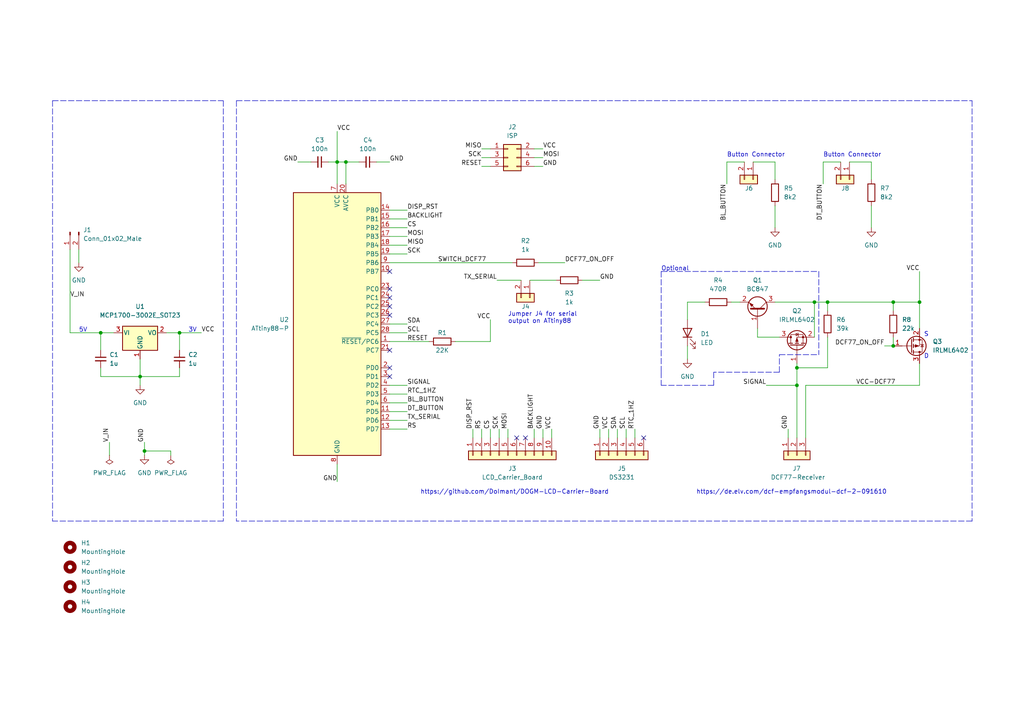
<source format=kicad_sch>
(kicad_sch (version 20211123) (generator eeschema)
  (paper "A4")
  (title_block (title "DCF77-RTC-Clock") (date "2022-05-14") (rev "1.0"))
  (lib_symbols
    (symbol "Connector:Conn_01x02_Male" (pin_names (offset 1.016) hide)
      (property "Reference" "J" (at 0 2.54 0))
      (property "Value" "Conn_01x02_Male" (at 0 -5.08 0))
      (symbol "Conn_01x02_Male_1_1"
        (polyline (pts (xy 1.27 -2.54) (xy 0.8636 -2.54)) (stroke (width 0.1524)))
        (polyline (pts (xy 1.27 0) (xy 0.8636 0)) (stroke (width 0.1524)))
        (rectangle (start 0.8636 -2.413) (end 0 -2.667) (stroke (width 0.1524)) (fill (type outline)))
        (rectangle (start 0.8636 0.127) (end 0 -0.127) (stroke (width 0.1524)) (fill (type outline)))
        (pin passive line (at 5.08 0 180) (length 3.81) (name "Pin_1") (number "1"))
        (pin passive line (at 5.08 -2.54 180) (length 3.81) (name "Pin_2") (number "2"))
      )
    )
    (symbol "Connector_Generic:Conn_01x02" (pin_names (offset 1.016) hide)
      (property "Reference" "J" (at 0 2.54 0))
      (property "Value" "Conn_01x02" (at 0 -5.08 0))
      (symbol "Conn_01x02_1_1"
        (rectangle (start -1.27 -2.413) (end 0 -2.667) (stroke (width 0.1524)))
        (rectangle (start -1.27 0.127) (end 0 -0.127) (stroke (width 0.1524)))
        (rectangle (start -1.27 1.27) (end 1.27 -3.81) (stroke (width 0.254)) (fill (type background)))
        (pin passive line (at -5.08 0 0) (length 3.81) (name "Pin_1") (number "1"))
        (pin passive line (at -5.08 -2.54 0) (length 3.81) (name "Pin_2") (number "2"))
      )
    )
    (symbol "Connector_Generic:Conn_01x03" (pin_names (offset 1.016) hide)
      (property "Reference" "J" (at 0 5.08 0))
      (property "Value" "Conn_01x03" (at 0 -5.08 0))
      (symbol "Conn_01x03_1_1"
        (rectangle (start -1.27 -2.413) (end 0 -2.667) (stroke (width 0.1524)))
        (rectangle (start -1.27 0.127) (end 0 -0.127) (stroke (width 0.1524)))
        (rectangle (start -1.27 2.667) (end 0 2.413) (stroke (width 0.1524)))
        (rectangle (start -1.27 3.81) (end 1.27 -3.81) (stroke (width 0.254)) (fill (type background)))
        (pin passive line (at -5.08 2.54 0) (length 3.81) (name "Pin_1") (number "1"))
        (pin passive line (at -5.08 0 0) (length 3.81) (name "Pin_2") (number "2"))
        (pin passive line (at -5.08 -2.54 0) (length 3.81) (name "Pin_3") (number "3"))
      )
    )
    (symbol "Connector_Generic:Conn_01x06" (pin_names (offset 1.016) hide)
      (property "Reference" "J" (at 0 7.62 0))
      (property "Value" "Conn_01x06" (at 0 -10.16 0))
      (symbol "Conn_01x06_1_1"
        (rectangle (start -1.27 -7.493) (end 0 -7.747) (stroke (width 0.1524)))
        (rectangle (start -1.27 -4.953) (end 0 -5.207) (stroke (width 0.1524)))
        (rectangle (start -1.27 -2.413) (end 0 -2.667) (stroke (width 0.1524)))
        (rectangle (start -1.27 0.127) (end 0 -0.127) (stroke (width 0.1524)))
        (rectangle (start -1.27 2.667) (end 0 2.413) (stroke (width 0.1524)))
        (rectangle (start -1.27 5.207) (end 0 4.953) (stroke (width 0.1524)))
        (rectangle (start -1.27 6.35) (end 1.27 -8.89) (stroke (width 0.254)) (fill (type background)))
        (pin passive line (at -5.08 5.08 0) (length 3.81) (name "Pin_1") (number "1"))
        (pin passive line (at -5.08 2.54 0) (length 3.81) (name "Pin_2") (number "2"))
        (pin passive line (at -5.08 0 0) (length 3.81) (name "Pin_3") (number "3"))
        (pin passive line (at -5.08 -2.54 0) (length 3.81) (name "Pin_4") (number "4"))
        (pin passive line (at -5.08 -5.08 0) (length 3.81) (name "Pin_5") (number "5"))
        (pin passive line (at -5.08 -7.62 0) (length 3.81) (name "Pin_6") (number "6"))
      )
    )
    (symbol "Connector_Generic:Conn_01x10" (pin_names (offset 1.016) hide)
      (property "Reference" "J" (at 0 12.7 0))
      (property "Value" "Conn_01x10" (at 0 -15.24 0))
      (symbol "Conn_01x10_1_1"
        (rectangle (start -1.27 -12.573) (end 0 -12.827) (stroke (width 0.1524)))
        (rectangle (start -1.27 -10.033) (end 0 -10.287) (stroke (width 0.1524)))
        (rectangle (start -1.27 -7.493) (end 0 -7.747) (stroke (width 0.1524)))
        (rectangle (start -1.27 -4.953) (end 0 -5.207) (stroke (width 0.1524)))
        (rectangle (start -1.27 -2.413) (end 0 -2.667) (stroke (width 0.1524)))
        (rectangle (start -1.27 0.127) (end 0 -0.127) (stroke (width 0.1524)))
        (rectangle (start -1.27 2.667) (end 0 2.413) (stroke (width 0.1524)))
        (rectangle (start -1.27 5.207) (end 0 4.953) (stroke (width 0.1524)))
        (rectangle (start -1.27 7.747) (end 0 7.493) (stroke (width 0.1524)))
        (rectangle (start -1.27 10.287) (end 0 10.033) (stroke (width 0.1524)))
        (rectangle (start -1.27 11.43) (end 1.27 -13.97) (stroke (width 0.254)) (fill (type background)))
        (pin passive line (at -5.08 10.16 0) (length 3.81) (name "Pin_1") (number "1"))
        (pin passive line (at -5.08 -12.7 0) (length 3.81) (name "Pin_10") (number "10"))
        (pin passive line (at -5.08 7.62 0) (length 3.81) (name "Pin_2") (number "2"))
        (pin passive line (at -5.08 5.08 0) (length 3.81) (name "Pin_3") (number "3"))
        (pin passive line (at -5.08 2.54 0) (length 3.81) (name "Pin_4") (number "4"))
        (pin passive line (at -5.08 0 0) (length 3.81) (name "Pin_5") (number "5"))
        (pin passive line (at -5.08 -2.54 0) (length 3.81) (name "Pin_6") (number "6"))
        (pin passive line (at -5.08 -5.08 0) (length 3.81) (name "Pin_7") (number "7"))
        (pin passive line (at -5.08 -7.62 0) (length 3.81) (name "Pin_8") (number "8"))
        (pin passive line (at -5.08 -10.16 0) (length 3.81) (name "Pin_9") (number "9"))
      )
    )
    (symbol "Connector_Generic:Conn_02x03_Odd_Even" (pin_names (offset 1.016) hide)
      (property "Reference" "J" (at 1.27 5.08 0))
      (property "Value" "Conn_02x03_Odd_Even" (at 1.27 -5.08 0))
      (symbol "Conn_02x03_Odd_Even_1_1"
        (rectangle (start -1.27 -2.413) (end 0 -2.667) (stroke (width 0.1524)))
        (rectangle (start -1.27 0.127) (end 0 -0.127) (stroke (width 0.1524)))
        (rectangle (start -1.27 2.667) (end 0 2.413) (stroke (width 0.1524)))
        (rectangle (start -1.27 3.81) (end 3.81 -3.81) (stroke (width 0.254)) (fill (type background)))
        (rectangle (start 3.81 -2.413) (end 2.54 -2.667) (stroke (width 0.1524)))
        (rectangle (start 3.81 0.127) (end 2.54 -0.127) (stroke (width 0.1524)))
        (rectangle (start 3.81 2.667) (end 2.54 2.413) (stroke (width 0.1524)))
        (pin passive line (at -5.08 2.54 0) (length 3.81) (name "Pin_1") (number "1"))
        (pin passive line (at 7.62 2.54 180) (length 3.81) (name "Pin_2") (number "2"))
        (pin passive line (at -5.08 0 0) (length 3.81) (name "Pin_3") (number "3"))
        (pin passive line (at 7.62 0 180) (length 3.81) (name "Pin_4") (number "4"))
        (pin passive line (at -5.08 -2.54 0) (length 3.81) (name "Pin_5") (number "5"))
        (pin passive line (at 7.62 -2.54 180) (length 3.81) (name "Pin_6") (number "6"))
      )
    )
    (symbol "Device:C_Small" (pin_numbers hide) (pin_names (offset 0.254) hide)
      (property "Reference" "C" (at 0.254 1.778 0))
      (property "Value" "C_Small" (at 0.254 -2.032 0))
      (symbol "C_Small_0_1"
        (polyline (pts (xy -1.524 -0.508) (xy 1.524 -0.508)) (stroke (width 0.3302)))
        (polyline (pts (xy -1.524 0.508) (xy 1.524 0.508)) (stroke (width 0.3048)))
      )
      (symbol "C_Small_1_1"
        (pin passive line (at 0 2.54 270) (length 2.032) (name "~") (number "1"))
        (pin passive line (at 0 -2.54 90) (length 2.032) (name "~") (number "2"))
      )
    )
    (symbol "Device:LED" (pin_numbers hide) (pin_names (offset 1.016) hide)
      (property "Reference" "D" (at 0 2.54 0))
      (property "Value" "LED" (at 0 -2.54 0))
      (symbol "LED_0_1"
        (polyline (pts (xy -1.27 -1.27) (xy -1.27 1.27)) (stroke (width 0.254)))
        (polyline (pts (xy -1.27 0) (xy 1.27 0)))
        (polyline (pts (xy 1.27 -1.27) (xy 1.27 1.27) (xy -1.27 0) (xy 1.27 -1.27)) (stroke (width 0.254)))
        (polyline (pts (xy -3.048 -0.762) (xy -4.572 -2.286) (xy -3.81 -2.286) (xy -4.572 -2.286) (xy -4.572 -1.524)))
        (polyline (pts (xy -1.778 -0.762) (xy -3.302 -2.286) (xy -2.54 -2.286) (xy -3.302 -2.286) (xy -3.302 -1.524)))
      )
      (symbol "LED_1_1"
        (pin passive line (at -3.81 0 0) (length 2.54) (name "K") (number "1"))
        (pin passive line (at 3.81 0 180) (length 2.54) (name "A") (number "2"))
      )
    )
    (symbol "Device:R" (pin_numbers hide) (pin_names (offset 0))
      (property "Reference" "R" (at 2.032 0 90))
      (property "Value" "R" (at 0 0 90))
      (symbol "R_0_1"
        (rectangle (start -1.016 -2.54) (end 1.016 2.54) (stroke (width 0.254)))
      )
      (symbol "R_1_1"
        (pin passive line (at 0 3.81 270) (length 1.27) (name "~") (number "1"))
        (pin passive line (at 0 -3.81 90) (length 1.27) (name "~") (number "2"))
      )
    )
    (symbol "MCU_Microchip_ATtiny:ATtiny88-P"
      (property "Reference" "U" (at -12.7 39.37 0))
      (property "Value" "ATtiny88-P" (at 2.54 -39.37 0))
      (symbol "ATtiny88-P_0_1"
        (rectangle (start -12.7 -38.1) (end 12.7 38.1) (stroke (width 0.254)) (fill (type background)))
      )
      (symbol "ATtiny88-P_1_1"
        (pin bidirectional line (at 15.24 -5.08 180) (length 2.54) (name "~{RESET}/PC6") (number "1"))
        (pin bidirectional line (at 15.24 15.24 180) (length 2.54) (name "PB7") (number "10"))
        (pin bidirectional line (at 15.24 -25.4 180) (length 2.54) (name "PD5") (number "11"))
        (pin bidirectional line (at 15.24 -27.94 180) (length 2.54) (name "PD6") (number "12"))
        (pin bidirectional line (at 15.24 -30.48 180) (length 2.54) (name "PD7") (number "13"))
        (pin bidirectional line (at 15.24 33.02 180) (length 2.54) (name "PB0") (number "14"))
        (pin bidirectional line (at 15.24 30.48 180) (length 2.54) (name "PB1") (number "15"))
        (pin bidirectional line (at 15.24 27.94 180) (length 2.54) (name "PB2") (number "16"))
        (pin bidirectional line (at 15.24 25.4 180) (length 2.54) (name "PB3") (number "17"))
        (pin bidirectional line (at 15.24 22.86 180) (length 2.54) (name "PB4") (number "18"))
        (pin bidirectional line (at 15.24 20.32 180) (length 2.54) (name "PB5") (number "19"))
        (pin bidirectional line (at 15.24 -12.7 180) (length 2.54) (name "PD0") (number "2"))
        (pin power_in line (at 2.54 40.64 270) (length 2.54) (name "AVCC") (number "20"))
        (pin bidirectional line (at 15.24 -7.62 180) (length 2.54) (name "PC7") (number "21"))
        (pin passive line (at 0 -40.64 90) (length 2.54) hide (name "GND") (number "22"))
        (pin bidirectional line (at 15.24 10.16 180) (length 2.54) (name "PC0") (number "23"))
        (pin bidirectional line (at 15.24 7.62 180) (length 2.54) (name "PC1") (number "24"))
        (pin bidirectional line (at 15.24 5.08 180) (length 2.54) (name "PC2") (number "25"))
        (pin bidirectional line (at 15.24 2.54 180) (length 2.54) (name "PC3") (number "26"))
        (pin bidirectional line (at 15.24 0 180) (length 2.54) (name "PC4") (number "27"))
        (pin bidirectional line (at 15.24 -2.54 180) (length 2.54) (name "PC5") (number "28"))
        (pin bidirectional line (at 15.24 -15.24 180) (length 2.54) (name "PD1") (number "3"))
        (pin bidirectional line (at 15.24 -17.78 180) (length 2.54) (name "PD2") (number "4"))
        (pin bidirectional line (at 15.24 -20.32 180) (length 2.54) (name "PD3") (number "5"))
        (pin bidirectional line (at 15.24 -22.86 180) (length 2.54) (name "PD4") (number "6"))
        (pin power_in line (at 0 40.64 270) (length 2.54) (name "VCC") (number "7"))
        (pin power_in line (at 0 -40.64 90) (length 2.54) (name "GND") (number "8"))
        (pin bidirectional line (at 15.24 17.78 180) (length 2.54) (name "PB6") (number "9"))
      )
    )
    (symbol "Mechanical:MountingHole" (pin_names (offset 1.016))
      (property "Reference" "H" (at 0 5.08 0))
      (property "Value" "MountingHole" (at 0 3.175 0))
      (symbol "MountingHole_0_1"
        (circle (center 0 0) (radius 1.27) (stroke (width 1.27)))
      )
    )
    (symbol "Regulator_Linear:MCP1700-3002E_SOT23" (pin_names (offset 0.254))
      (property "Reference" "U" (at -3.81 3.175 0))
      (property "Value" "MCP1700-3002E_SOT23" (at 0 3.175 0))
      (symbol "MCP1700-3002E_SOT23_0_1"
        (rectangle (start -5.08 1.905) (end 5.08 -5.08) (stroke (width 0.254)) (fill (type background)))
      )
      (symbol "MCP1700-3002E_SOT23_1_1"
        (pin power_in line (at 0 -7.62 90) (length 2.54) (name "GND") (number "1"))
        (pin power_out line (at 7.62 0 180) (length 2.54) (name "VO") (number "2"))
        (pin power_in line (at -7.62 0 0) (length 2.54) (name "VI") (number "3"))
      )
    )
    (symbol "Transistor_BJT:BC847" (pin_names (offset 0) hide)
      (property "Reference" "Q" (at 5.08 1.905 0))
      (property "Value" "BC847" (at 5.08 0 0))
      (symbol "BC847_0_1"
        (polyline (pts (xy 0.635 0.635) (xy 2.54 2.54)))
        (polyline (pts (xy 0.635 -0.635) (xy 2.54 -2.54) (xy 2.54 -2.54)))
        (polyline (pts (xy 0.635 1.905) (xy 0.635 -1.905) (xy 0.635 -1.905)) (stroke (width 0.508)))
        (polyline (pts (xy 1.27 -1.778) (xy 1.778 -1.27) (xy 2.286 -2.286) (xy 1.27 -1.778) (xy 1.27 -1.778)) (fill (type outline)))
        (circle (center 1.27 0) (radius 2.8194) (stroke (width 0.254)))
      )
      (symbol "BC847_1_1"
        (pin input line (at -5.08 0 0) (length 5.715) (name "B") (number "1"))
        (pin passive line (at 2.54 -5.08 90) (length 2.54) (name "E") (number "2"))
        (pin passive line (at 2.54 5.08 270) (length 2.54) (name "C") (number "3"))
      )
    )
    (symbol "Transistor_FET:IRLML6402" (pin_names hide)
      (property "Reference" "Q" (at 5.08 1.905 0))
      (property "Value" "IRLML6402" (at 5.08 0 0))
      (symbol "IRLML6402_0_1"
        (polyline (pts (xy 0.254 0) (xy -2.54 0)))
        (polyline (pts (xy 0.254 1.905) (xy 0.254 -1.905)) (stroke (width 0.254)))
        (polyline (pts (xy 0.762 -1.27) (xy 0.762 -2.286)) (stroke (width 0.254)))
        (polyline (pts (xy 0.762 0.508) (xy 0.762 -0.508)) (stroke (width 0.254)))
        (polyline (pts (xy 0.762 2.286) (xy 0.762 1.27)) (stroke (width 0.254)))
        (polyline (pts (xy 2.54 2.54) (xy 2.54 1.778)))
        (polyline (pts (xy 2.54 -2.54) (xy 2.54 0) (xy 0.762 0)))
        (polyline (pts (xy 0.762 1.778) (xy 3.302 1.778) (xy 3.302 -1.778) (xy 0.762 -1.778)))
        (polyline (pts (xy 2.286 0) (xy 1.27 0.381) (xy 1.27 -0.381) (xy 2.286 0)) (fill (type outline)))
        (polyline (pts (xy 2.794 -0.508) (xy 2.921 -0.381) (xy 3.683 -0.381) (xy 3.81 -0.254)))
        (polyline (pts (xy 3.302 -0.381) (xy 2.921 0.254) (xy 3.683 0.254) (xy 3.302 -0.381)))
        (circle (center 1.651 0) (radius 2.794) (stroke (width 0.254)))
        (circle (center 2.54 -1.778) (radius 0.254) (fill (type outline)))
        (circle (center 2.54 1.778) (radius 0.254) (fill (type outline)))
      )
      (symbol "IRLML6402_1_1"
        (pin input line (at -5.08 0 0) (length 2.54) (name "G") (number "1"))
        (pin passive line (at 2.54 -5.08 90) (length 2.54) (name "S") (number "2"))
        (pin passive line (at 2.54 5.08 270) (length 2.54) (name "D") (number "3"))
      )
    )
    (symbol "power:GND" (power) (pin_names (offset 0))
      (property "Value" "GND" (at 0 -3.81 0))
      (symbol "GND_0_1"
        (polyline (pts (xy 0 0) (xy 0 -1.27) (xy 1.27 -1.27) (xy 0 -2.54) (xy -1.27 -1.27) (xy 0 -1.27)))
      )
      (symbol "GND_1_1"
        (pin power_in line (at 0 0 270) (length 0) hide (name "GND") (number "1"))
      )
    )
    (symbol "power:PWR_FLAG" (power) (pin_numbers hide) (pin_names (offset 0) hide)
      (property "Value" "PWR_FLAG" (at 0 3.81 0))
      (symbol "PWR_FLAG_0_0"
        (pin power_out line (at 0 0 90) (length 0) (name "pwr") (number "1"))
      )
      (symbol "PWR_FLAG_0_1"
        (polyline (pts (xy 0 0) (xy 0 1.27) (xy -1.016 1.905) (xy 0 2.54) (xy 1.016 1.905) (xy 0 1.27)))
      )
    )
  )
  (junction (at 231.14 111.76))
  (junction (at 97.79 46.99))
  (junction (at 100.33 46.99))
  (junction (at 41.91 130.81))
  (junction (at 52.07 96.52))
  (junction (at 29.21 96.52))
  (junction (at 266.7 87.63))
  (junction (at 231.14 106.68))
  (junction (at 240.03 87.63))
  (junction (at 40.64 109.22))
  (junction (at 259.08 87.63))
  (junction (at 236.22 87.63))
  (junction (at 259.08 100.33))
  (no_connect (at 113.03 109.22))
  (no_connect (at 113.03 106.68))
  (no_connect (at 113.03 78.74))
  (no_connect (at 113.03 101.6))
  (no_connect (at 113.03 83.82))
  (no_connect (at 113.03 86.36))
  (no_connect (at 113.03 88.9))
  (no_connect (at 113.03 91.44))
  (no_connect (at 186.69 127))
  (no_connect (at 149.86 127))
  (no_connect (at 152.4 127))
  (wire (pts (xy 41.91 130.81) (xy 49.53 130.81)))
  (wire (pts (xy 139.7 124.46) (xy 139.7 127)))
  (wire (pts (xy 266.7 111.76) (xy 266.7 105.41)))
  (wire (pts (xy 97.79 38.1) (xy 97.79 46.99)))
  (polyline (pts (xy 207.01 107.95) (xy 207.01 111.76)))
  (wire (pts (xy 139.7 45.72) (xy 142.24 45.72)))
  (polyline (pts (xy 68.58 29.21) (xy 68.58 151.13)))
  (wire (pts (xy 113.03 71.12) (xy 118.11 71.12)))
  (wire (pts (xy 132.08 99.06) (xy 142.24 99.06)))
  (wire (pts (xy 238.76 46.99) (xy 243.84 46.99)))
  (wire (pts (xy 22.86 72.39) (xy 22.86 76.2)))
  (wire (pts (xy 160.02 124.46) (xy 160.02 127)))
  (wire (pts (xy 246.38 46.99) (xy 252.73 46.99)))
  (polyline (pts (xy 281.94 29.21) (xy 281.94 151.13)))
  (polyline (pts (xy 191.77 107.95) (xy 191.77 111.76)))
  (wire (pts (xy 199.39 100.33) (xy 199.39 104.14)))
  (wire (pts (xy 231.14 111.76) (xy 231.14 127)))
  (wire (pts (xy 97.79 134.62) (xy 97.79 139.7)))
  (wire (pts (xy 113.03 114.3) (xy 118.11 114.3)))
  (wire (pts (xy 113.03 96.52) (xy 118.11 96.52)))
  (polyline (pts (xy 191.77 78.74) (xy 237.49 78.74)))
  (polyline (pts (xy 15.24 29.21) (xy 64.77 29.21)))
  (polyline (pts (xy 226.06 107.95) (xy 226.06 102.87)))
  (wire (pts (xy 236.22 97.79) (xy 236.22 87.63)))
  (polyline (pts (xy 226.06 102.87) (xy 237.49 102.87)))
  (polyline (pts (xy 191.77 78.74) (xy 191.77 107.95)))
  (wire (pts (xy 113.03 68.58) (xy 118.11 68.58)))
  (wire (pts (xy 100.33 53.34) (xy 100.33 46.99)))
  (wire (pts (xy 109.22 46.99) (xy 113.03 46.99)))
  (polyline (pts (xy 68.58 29.21) (xy 281.94 29.21)))
  (wire (pts (xy 139.7 48.26) (xy 142.24 48.26)))
  (wire (pts (xy 154.94 43.18) (xy 157.48 43.18)))
  (wire (pts (xy 240.03 87.63) (xy 240.03 90.17)))
  (wire (pts (xy 240.03 106.68) (xy 231.14 106.68)))
  (wire (pts (xy 218.44 46.99) (xy 224.79 46.99)))
  (wire (pts (xy 113.03 63.5) (xy 118.11 63.5)))
  (polyline (pts (xy 237.49 78.74) (xy 237.49 102.87)))
  (wire (pts (xy 157.48 124.46) (xy 157.48 127)))
  (wire (pts (xy 113.03 116.84) (xy 118.11 116.84)))
  (wire (pts (xy 137.16 124.46) (xy 137.16 127)))
  (wire (pts (xy 231.14 106.68) (xy 231.14 111.76)))
  (wire (pts (xy 259.08 87.63) (xy 266.7 87.63)))
  (wire (pts (xy 41.91 130.81) (xy 41.91 132.08)))
  (wire (pts (xy 100.33 46.99) (xy 97.79 46.99)))
  (wire (pts (xy 252.73 46.99) (xy 252.73 52.07)))
  (wire (pts (xy 256.54 100.33) (xy 259.08 100.33)))
  (wire (pts (xy 144.145 81.28) (xy 151.13 81.28)))
  (wire (pts (xy 113.03 60.96) (xy 118.11 60.96)))
  (wire (pts (xy 240.03 97.79) (xy 240.03 106.68)))
  (wire (pts (xy 154.94 48.26) (xy 157.48 48.26)))
  (wire (pts (xy 113.03 119.38) (xy 118.11 119.38)))
  (wire (pts (xy 113.03 111.76) (xy 118.11 111.76)))
  (wire (pts (xy 52.07 109.22) (xy 40.64 109.22)))
  (wire (pts (xy 113.03 99.06) (xy 124.46 99.06)))
  (wire (pts (xy 147.32 124.46) (xy 147.32 127)))
  (wire (pts (xy 212.09 87.63) (xy 214.63 87.63)))
  (wire (pts (xy 29.21 109.22) (xy 40.64 109.22)))
  (wire (pts (xy 100.33 46.99) (xy 104.14 46.99)))
  (wire (pts (xy 184.15 124.46) (xy 184.15 127)))
  (wire (pts (xy 113.03 124.46) (xy 118.11 124.46)))
  (wire (pts (xy 153.67 81.28) (xy 161.29 81.28)))
  (wire (pts (xy 219.71 97.79) (xy 226.06 97.79)))
  (wire (pts (xy 113.03 93.98) (xy 118.11 93.98)))
  (wire (pts (xy 236.22 87.63) (xy 240.03 87.63)))
  (polyline (pts (xy 15.24 29.21) (xy 15.24 151.13)))
  (wire (pts (xy 168.91 81.28) (xy 173.99 81.28)))
  (wire (pts (xy 154.94 124.46) (xy 154.94 127)))
  (wire (pts (xy 199.39 92.71) (xy 199.39 87.63)))
  (wire (pts (xy 210.82 53.34) (xy 210.82 46.99)))
  (wire (pts (xy 95.25 46.99) (xy 97.79 46.99)))
  (polyline (pts (xy 64.77 151.13) (xy 15.24 151.13)))
  (wire (pts (xy 48.26 96.52) (xy 52.07 96.52)))
  (wire (pts (xy 210.82 46.99) (xy 215.9 46.99)))
  (wire (pts (xy 29.21 96.52) (xy 29.21 101.6)))
  (polyline (pts (xy 281.94 151.13) (xy 68.58 151.13)))
  (wire (pts (xy 97.79 46.99) (xy 97.79 53.34)))
  (wire (pts (xy 181.61 124.46) (xy 181.61 127)))
  (wire (pts (xy 29.21 96.52) (xy 20.32 96.52)))
  (wire (pts (xy 41.91 128.27) (xy 41.91 130.81)))
  (wire (pts (xy 224.79 46.99) (xy 224.79 52.07)))
  (wire (pts (xy 113.03 121.92) (xy 118.11 121.92)))
  (wire (pts (xy 224.79 59.69) (xy 224.79 66.04)))
  (wire (pts (xy 154.94 45.72) (xy 157.48 45.72)))
  (wire (pts (xy 139.7 43.18) (xy 142.24 43.18)))
  (wire (pts (xy 266.7 111.76) (xy 233.68 111.76)))
  (wire (pts (xy 113.03 73.66) (xy 118.11 73.66)))
  (wire (pts (xy 231.14 105.41) (xy 231.14 106.68)))
  (wire (pts (xy 142.24 124.46) (xy 142.24 127)))
  (wire (pts (xy 224.79 87.63) (xy 236.22 87.63)))
  (wire (pts (xy 52.07 96.52) (xy 58.42 96.52)))
  (wire (pts (xy 113.03 66.04) (xy 118.11 66.04)))
  (wire (pts (xy 113.03 76.2) (xy 148.59 76.2)))
  (wire (pts (xy 228.6 124.46) (xy 228.6 127)))
  (wire (pts (xy 156.21 76.2) (xy 163.83 76.2)))
  (wire (pts (xy 40.64 109.22) (xy 40.64 111.76)))
  (wire (pts (xy 238.76 46.99) (xy 238.76 53.34)))
  (wire (pts (xy 29.21 96.52) (xy 33.02 96.52)))
  (wire (pts (xy 233.68 111.76) (xy 233.68 127)))
  (wire (pts (xy 29.21 106.68) (xy 29.21 109.22)))
  (wire (pts (xy 259.08 97.79) (xy 259.08 100.33)))
  (polyline (pts (xy 64.77 29.21) (xy 64.77 151.13)))
  (wire (pts (xy 173.99 124.46) (xy 173.99 127)))
  (wire (pts (xy 142.24 92.71) (xy 142.24 99.06)))
  (wire (pts (xy 219.71 97.79) (xy 219.71 95.25)))
  (wire (pts (xy 31.75 128.27) (xy 31.75 132.08)))
  (wire (pts (xy 222.25 111.76) (xy 231.14 111.76)))
  (wire (pts (xy 52.07 96.52) (xy 52.07 101.6)))
  (wire (pts (xy 49.53 132.08) (xy 49.53 130.81)))
  (wire (pts (xy 20.32 72.39) (xy 20.32 96.52)))
  (wire (pts (xy 259.08 90.17) (xy 259.08 87.63)))
  (wire (pts (xy 144.78 124.46) (xy 144.78 127)))
  (wire (pts (xy 199.39 87.63) (xy 204.47 87.63)))
  (wire (pts (xy 52.07 106.68) (xy 52.07 109.22)))
  (polyline (pts (xy 226.06 107.95) (xy 207.01 107.95)))
  (wire (pts (xy 240.03 87.63) (xy 259.08 87.63)))
  (wire (pts (xy 40.64 104.14) (xy 40.64 109.22)))
  (wire (pts (xy 266.7 78.74) (xy 266.7 87.63)))
  (polyline (pts (xy 207.01 111.76) (xy 191.77 111.76)))
  (wire (pts (xy 176.53 124.46) (xy 176.53 127)))
  (wire (pts (xy 266.7 87.63) (xy 266.7 95.25)))
  (wire (pts (xy 86.36 46.99) (xy 90.17 46.99)))
  (wire (pts (xy 179.07 124.46) (xy 179.07 127)))
  (wire (pts (xy 252.73 59.69) (xy 252.73 66.04)))
  (text "D" (at 267.97 104.14 0) (effects (font (size 1.27 1.27)) (justify left bottom)))
  (text "Button Connector" (at 210.82 45.72 0) (effects (font (size 1.27 1.27)) (justify left bottom)))
  (text "Optional" (at 191.77 78.74 0) (effects (font (size 1.27 1.27)) (justify left bottom)))
  (text "5V" (at 22.86 96.52 0) (effects (font (size 1.27 1.27)) (justify left bottom)))
  (text "Button Connector" (at 238.76 45.72 0) (effects (font (size 1.27 1.27)) (justify left bottom)))
  (text "S" (at 267.97 97.79 0) (effects (font (size 1.27 1.27)) (justify left bottom)))
  (text "https://github.com/DoImant/DOGM-LCD-Carrier-Board" (at 121.92 143.51 0) (effects (font (size 1.27 1.27)) (justify left bottom)))
  (text "Jumper J4 for serial \noutput on ATtiny88" (at 147.32 93.98 0) (effects (font (size 1.27 1.27)) (justify left bottom)))
  (text "https://de.elv.com/dcf-empfangsmodul-dcf-2-091610" (at 201.93 143.51 0) (effects (font (size 1.27 1.27)) (justify left bottom)))
  (text "3V" (at 54.61 96.52 0) (effects (font (size 1.27 1.27)) (justify left bottom)))
  (label "VCC" (at 58.42 96.52 0))
  (label "VCC" (at 266.7 78.74 180))
  (label "GND" (at 173.99 81.28 0))
  (label "DCF77_ON_OFF" (at 163.83 76.2 0))
  (label "RESET" (at 118.11 99.06 0))
  (label "SCK" (at 139.7 45.72 180))
  (label "GND" (at 157.48 48.26 0))
  (label "GND" (at 157.48 124.46 90))
  (label "GND" (at 86.36 46.99 180))
  (label "RESET" (at 139.7 48.26 180))
  (label "MOSI" (at 118.11 68.58 0))
  (label "TX_SERIAL" (at 118.11 121.92 0))
  (label "SCL" (at 118.11 96.52 0))
  (label "VCC" (at 176.53 124.46 90))
  (label "VCC-DCF77" (at 248.285 111.76 0))
  (label "SCK" (at 144.78 124.46 90))
  (label "GND" (at 228.6 124.46 90))
  (label "TX_SERIAL" (at 144.145 81.28 180))
  (label "VCC" (at 142.24 92.71 180))
  (label "SIGNAL" (at 222.25 111.76 180))
  (label "SCL" (at 181.61 124.46 90))
  (label "SIGNAL" (at 118.11 111.76 0))
  (label "DT_BUTTON" (at 118.11 119.38 0))
  (label "GND" (at 113.03 46.99 0))
  (label "BACKLIGHT" (at 118.11 63.5 0))
  (label "V_IN" (at 20.32 86.36 0))
  (label "RS" (at 139.7 124.46 90))
  (label "DCF77_ON_OFF" (at 256.54 100.33 180))
  (label "GND" (at 173.99 124.46 90))
  (label "VCC" (at 97.79 38.1 0))
  (label "BL_BUTTON" (at 118.11 116.84 0))
  (label "MISO" (at 139.7 43.18 180))
  (label "MOSI" (at 147.32 124.46 90))
  (label "BL_BUTTON" (at 210.82 53.34 270))
  (label "CS" (at 118.11 66.04 0))
  (label "SDA" (at 179.07 124.46 90))
  (label "RTC_1HZ" (at 184.15 124.46 90))
  (label "SDA" (at 118.11 93.98 0))
  (label "MOSI" (at 157.48 45.72 0))
  (label "GND" (at 97.79 139.7 180))
  (label "V_IN" (at 31.75 128.27 90))
  (label "RS" (at 118.11 124.46 0))
  (label "MISO" (at 118.11 71.12 0))
  (label "BACKLIGHT" (at 154.94 124.46 90))
  (label "SWITCH_DCF77" (at 127 76.2 0))
  (label "GND" (at 41.91 128.27 90))
  (label "VCC" (at 157.48 43.18 0))
  (label "DISP_RST" (at 137.16 124.46 90))
  (label "DT_BUTTON" (at 238.76 53.34 270))
  (label "RTC_1HZ" (at 118.11 114.3 0))
  (label "VCC" (at 160.02 124.46 90))
  (label "DISP_RST" (at 118.11 60.96 0))
  (label "SCK" (at 118.11 73.66 0))
  (label "CS" (at 142.24 124.46 90))
  (symbol (lib_id "Device:C_Small") (at 29.21 104.14 0) (unit 1)
    (property "Reference" "C1" (at 31.75 102.8762 0) (effects (justify left)))
    (property "Value" "1u" (at 31.75 105.4162 0) (effects (justify left)))
    (property "Footprint" "Capacitor_SMD:C_1206_3216Metric_Pad1.33x1.80mm_HandSolder" (effects hide))
  )
  (symbol (lib_id "Device:R") (at 224.79 55.88 0) (unit 1)
    (property "Reference" "R5" (at 227.33 54.6099 0) (effects (justify left)))
    (property "Value" "8k2" (at 227.33 57.1499 0) (effects (justify left)))
    (property "Footprint" "Resistor_SMD:R_1206_3216Metric_Pad1.30x1.75mm_HandSolder" (effects hide))
  )
  (symbol (lib_id "Device:C_Small") (at 92.71 46.99 270) (unit 1)
    (property "Reference" "C3" (at 92.7036 40.64 90))
    (property "Value" "100n" (at 92.7036 43.18 90))
    (property "Footprint" "Capacitor_SMD:C_0805_2012Metric_Pad1.18x1.45mm_HandSolder" (effects hide))
  )
  (symbol (lib_id "Mechanical:MountingHole") (at 20.32 164.465 0) (unit 1)
    (property "Reference" "H2" (at 23.495 163.1949 0) (effects (justify left)))
    (property "Value" "MountingHole" (at 23.495 165.7349 0) (effects (justify left)))
    (property "Footprint" "MountingHole:MountingHole_3mm" (effects hide))
  )
  (symbol (lib_id "Device:R") (at 152.4 76.2 90) (unit 1)
    (property "Reference" "R2" (at 152.4 69.85 90))
    (property "Value" "1k" (at 152.4 72.39 90))
    (property "Footprint" "Resistor_SMD:R_1206_3216Metric_Pad1.30x1.75mm_HandSolder" (effects hide))
  )
  (symbol (lib_id "Device:R") (at 240.03 93.98 0) (unit 1)
    (property "Reference" "R6" (at 242.57 92.7099 0) (effects (justify left)))
    (property "Value" "39k" (at 242.57 95.2499 0) (effects (justify left)))
    (property "Footprint" "Resistor_SMD:R_1206_3216Metric_Pad1.30x1.75mm_HandSolder" (effects hide))
  )
  (symbol (lib_id "Regulator_Linear:MCP1700-3002E_SOT23") (at 40.64 96.52 0) (unit 1)
    (property "Reference" "U1" (at 40.64 88.9 0))
    (property "Value" "MCP1700-3002E_SOT23" (at 40.64 91.44 0))
    (property "Footprint" "Package_TO_SOT_SMD:SOT-23" (effects hide))
    (property "Datasheet" "http://ww1.microchip.com/downloads/en/DeviceDoc/20001826D.pdf" (effects hide))
  )
  (symbol (lib_id "Device:C_Small") (at 106.68 46.99 270) (unit 1)
    (property "Reference" "C4" (at 106.6736 40.64 90))
    (property "Value" "100n" (at 106.6736 43.18 90))
    (property "Footprint" "Capacitor_SMD:C_0805_2012Metric_Pad1.18x1.45mm_HandSolder" (effects hide))
  )
  (symbol (lib_id "Connector_Generic:Conn_01x06") (at 179.07 132.08 90) (mirror x) (unit 1)
    (property "Reference" "J5" (at 180.34 135.89 90))
    (property "Value" "DS3231" (at 180.34 138.43 90))
    (property "Footprint" "Connector_PinSocket_2.54mm:PinSocket_1x06_P2.54mm_Vertical" (effects hide))
  )
  (symbol (lib_id "Connector_Generic:Conn_01x03") (at 231.14 132.08 90) (mirror x) (unit 1)
    (property "Reference" "J7" (at 229.87 135.89 90) (effects (justify right)))
    (property "Value" "DCF77-Receiver" (at 223.52 138.43 90) (effects (justify right)))
    (property "Footprint" "Connector_PinSocket_2.54mm:PinSocket_1x03_P2.54mm_Vertical" (effects hide))
  )
  (symbol (lib_id "MCU_Microchip_ATtiny:ATtiny88-P") (at 97.79 93.98 0) (unit 1)
    (property "Reference" "U2" (at 83.82 92.7099 0) (effects (justify right)))
    (property "Value" "ATtiny88-P" (at 83.82 95.2499 0) (effects (justify right)))
    (property "Footprint" "Package_DIP:DIP-28_W7.62mm_Socket_LongPads" (effects hide))
    (property "Datasheet" "http://ww1.microchip.com/downloads/en/DeviceDoc/doc8008.pdf" (effects hide))
  )
  (symbol (lib_id "power:GND") (at 40.64 111.76 0) (unit 1)
    (property "Reference" "#PWR02" (effects hide))
    (property "Value" "GND" (at 40.64 116.84 0))
  )
  (symbol (lib_id "Device:R") (at 128.27 99.06 270) (unit 1)
    (property "Reference" "R1" (at 128.27 96.52 90))
    (property "Value" "22K" (at 128.27 101.6 90))
    (property "Footprint" "Resistor_SMD:R_1206_3216Metric_Pad1.30x1.75mm_HandSolder" (effects hide))
  )
  (symbol (lib_id "Device:LED") (at 199.39 96.52 90) (unit 1)
    (property "Reference" "D1" (at 203.2 96.8374 90) (effects (justify right)))
    (property "Value" "LED" (at 203.2 99.3774 90) (effects (justify right)))
    (property "Footprint" "LED_SMD:LED_1206_3216Metric_Pad1.42x1.75mm_HandSolder" (effects hide))
  )
  (symbol (lib_id "power:GND") (at 41.91 132.08 0) (unit 1)
    (property "Reference" "#PWR03" (effects hide))
    (property "Value" "GND" (at 41.91 137.16 0))
  )
  (symbol (lib_id "Connector_Generic:Conn_01x02") (at 153.67 86.36 270) (unit 1)
    (property "Reference" "J4" (at 153.67 88.9 90) (effects (justify right)))
    (property "Value" "Conn_01x02" (effects hide))
    (property "Footprint" "Connector_PinHeader_2.54mm:PinHeader_1x02_P2.54mm_Vertical" (effects hide))
  )
  (symbol (lib_id "Device:C_Small") (at 52.07 104.14 0) (unit 1)
    (property "Reference" "C2" (at 54.61 102.8762 0) (effects (justify left)))
    (property "Value" "1u" (at 54.61 105.4162 0) (effects (justify left)))
    (property "Footprint" "Capacitor_SMD:C_1206_3216Metric_Pad1.33x1.80mm_HandSolder" (effects hide))
  )
  (symbol (lib_id "Mechanical:MountingHole") (at 20.32 175.895 0) (unit 1)
    (property "Reference" "H4" (at 23.495 174.6249 0) (effects (justify left)))
    (property "Value" "MountingHole" (at 23.495 177.1649 0) (effects (justify left)))
    (property "Footprint" "MountingHole:MountingHole_3mm" (effects hide))
  )
  (symbol (lib_id "Connector_Generic:Conn_01x02") (at 246.38 52.07 270) (unit 1)
    (property "Reference" "J8" (at 246.38 54.61 90) (effects (justify right)))
    (property "Value" "Conn_01x02" (effects hide))
    (property "Footprint" "Connector_PinHeader_2.54mm:PinHeader_1x02_P2.54mm_Vertical" (effects hide))
  )
  (symbol (lib_id "Mechanical:MountingHole") (at 20.32 170.18 0) (unit 1)
    (property "Reference" "H3" (at 23.495 168.9099 0) (effects (justify left)))
    (property "Value" "MountingHole" (at 23.495 171.4499 0) (effects (justify left)))
    (property "Footprint" "MountingHole:MountingHole_3mm" (effects hide))
  )
  (symbol (lib_id "Connector_Generic:Conn_02x03_Odd_Even") (at 147.32 45.72 0) (unit 1)
    (property "Reference" "J2" (at 148.59 36.83 0))
    (property "Value" "ISP" (at 148.59 39.37 0))
    (property "Footprint" "Connector_IDC:IDC-Header_2x03_P2.54mm_Vertical" (effects hide))
  )
  (symbol (lib_id "power:GND") (at 224.79 66.04 0) (unit 1)
    (property "Reference" "#PWR05" (effects hide))
    (property "Value" "GND" (at 224.79 71.12 0))
  )
  (symbol (lib_id "Mechanical:MountingHole") (at 20.32 158.75 0) (unit 1)
    (property "Reference" "H1" (at 23.495 157.4799 0) (effects (justify left)))
    (property "Value" "MountingHole" (at 23.495 160.0199 0) (effects (justify left)))
    (property "Footprint" "MountingHole:MountingHole_3mm" (effects hide))
  )
  (symbol (lib_id "Connector_Generic:Conn_01x02") (at 218.44 52.07 270) (unit 1)
    (property "Reference" "J6" (at 218.44 54.61 90) (effects (justify right)))
    (property "Value" "Conn_01x02" (effects hide))
    (property "Footprint" "Connector_PinHeader_2.54mm:PinHeader_1x02_P2.54mm_Vertical" (effects hide))
  )
  (symbol (lib_id "power:PWR_FLAG") (at 49.53 132.08 180) (unit 1)
    (property "Reference" "#FLG02" (effects hide))
    (property "Value" "PWR_FLAG" (at 49.53 137.16 0))
  )
  (symbol (lib_id "Transistor_FET:IRLML6402") (at 231.14 100.33 90) (unit 1)
    (property "Reference" "Q2" (at 231.14 90.17 90))
    (property "Value" "IRLML6402" (at 231.14 92.71 90))
    (property "Footprint" "Package_TO_SOT_SMD:SOT-23" (effects hide))
    (property "Datasheet" "https://www.infineon.com/dgdl/irlml6402pbf.pdf?fileId=5546d462533600a401535668d5c2263c" (effects hide))
  )
  (symbol (lib_id "Connector_Generic:Conn_01x10") (at 147.32 132.08 90) (mirror x) (unit 1)
    (property "Reference" "J3" (at 148.59 135.89 90))
    (property "Value" "LCD_Carrier_Board" (at 148.59 138.43 90))
    (property "Footprint" "Connector_PinSocket_2.54mm:PinSocket_1x10_P2.54mm_Vertical" (effects hide))
  )
  (symbol (lib_id "Device:R") (at 165.1 81.28 90) (unit 1)
    (property "Reference" "R3" (at 165.1 85.09 90))
    (property "Value" "1k" (at 165.1 87.63 90))
    (property "Footprint" "Resistor_SMD:R_1206_3216Metric_Pad1.30x1.75mm_HandSolder" (effects hide))
  )
  (symbol (lib_id "Transistor_BJT:BC847") (at 219.71 90.17 270) (mirror x) (unit 1)
    (property "Reference" "Q1" (at 219.71 81.28 90))
    (property "Value" "BC847" (at 219.71 83.82 90))
    (property "Footprint" "Package_TO_SOT_SMD:SOT-23" (effects hide))
    (property "Datasheet" "http://www.infineon.com/dgdl/Infineon-BC847SERIES_BC848SERIES_BC849SERIES_BC850SERIES-DS-v01_01-en.pdf?fileId=db3a304314dca389011541d4630a1657" (effects hide))
  )
  (symbol (lib_id "power:GND") (at 252.73 66.04 0) (unit 1)
    (property "Reference" "#PWR06" (effects hide))
    (property "Value" "GND" (at 252.73 71.12 0))
  )
  (symbol (lib_id "Device:R") (at 252.73 55.88 0) (unit 1)
    (property "Reference" "R7" (at 255.27 54.6099 0) (effects (justify left)))
    (property "Value" "8k2" (at 255.27 57.1499 0) (effects (justify left)))
    (property "Footprint" "Resistor_SMD:R_1206_3216Metric_Pad1.30x1.75mm_HandSolder" (effects hide))
  )
  (symbol (lib_id "Connector:Conn_01x02_Male") (at 20.32 67.31 90) (mirror x) (unit 1)
    (property "Reference" "J1" (at 24.13 66.6749 90) (effects (justify right)))
    (property "Value" "Conn_01x02_Male" (at 24.13 69.2149 90) (effects (justify right)))
    (property "Footprint" "Connector_JST:JST_XH_B2B-XH-A_1x02_P2.50mm_Vertical" (effects hide))
  )
  (symbol (lib_id "power:GND") (at 199.39 104.14 0) (unit 1)
    (property "Reference" "#PWR04" (effects hide))
    (property "Value" "GND" (at 199.39 109.22 0))
  )
  (symbol (lib_id "Device:R") (at 259.08 93.98 0) (unit 1)
    (property "Reference" "R8" (at 261.62 92.7099 0) (effects (justify left)))
    (property "Value" "22k" (at 261.62 95.2499 0) (effects (justify left)))
    (property "Footprint" "Resistor_SMD:R_1206_3216Metric_Pad1.30x1.75mm_HandSolder" (effects hide))
  )
  (symbol (lib_id "power:GND") (at 22.86 76.2 0) (unit 1)
    (property "Reference" "#PWR01" (effects hide))
    (property "Value" "GND" (at 22.86 81.28 0))
  )
  (symbol (lib_id "power:PWR_FLAG") (at 31.75 132.08 180) (unit 1)
    (property "Reference" "#FLG01" (effects hide))
    (property "Value" "PWR_FLAG" (at 31.75 137.16 0))
  )
  (symbol (lib_id "Transistor_FET:IRLML6402") (at 264.16 100.33 0) (mirror x) (unit 1)
    (property "Reference" "Q3" (at 270.51 99.0599 0) (effects (justify left)))
    (property "Value" "IRLML6402" (at 270.51 101.5999 0) (effects (justify left)))
    (property "Footprint" "Package_TO_SOT_SMD:SOT-23" (effects hide))
    (property "Datasheet" "https://www.infineon.com/dgdl/irlml6402pbf.pdf?fileId=5546d462533600a401535668d5c2263c" (effects hide))
  )
  (symbol (lib_id "Device:R") (at 208.28 87.63 90) (unit 1)
    (property "Reference" "R4" (at 208.28 81.28 90))
    (property "Value" "470R" (at 208.28 83.82 90))
    (property "Footprint" "Resistor_SMD:R_1206_3216Metric_Pad1.30x1.75mm_HandSolder" (effects hide))
  )
)
</source>
